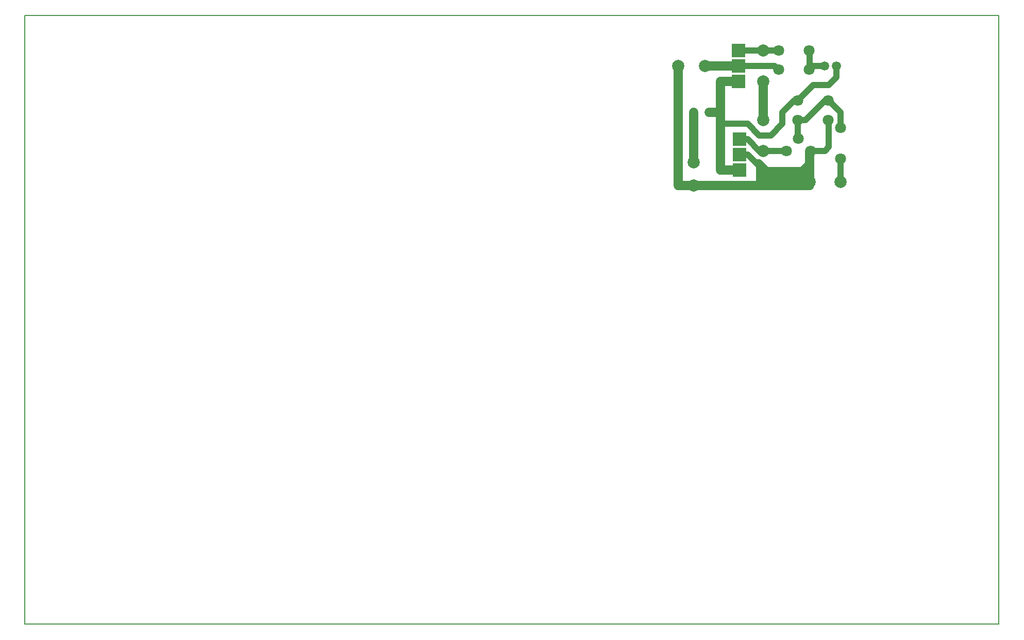
<source format=gbr>
%FSLAX32Y32*%
%MOMM*%
%LNKUPFERSEITE2*%
G71*
G01*
%ADD10C, 0.20*%
%ADD11C, 1.80*%
%ADD12C, 1.80*%
%ADD13C, 1.50*%
%ADD14C, 1.00*%
%ADD15C, 2.00*%
%ADD16C, 2.00*%
%ADD17C, 1.50*%
%ADD18C, 2.00*%
%LPD*%
G54D10*
X16000Y0D02*
X0Y0D01*
X0Y10000D01*
X16000Y10000D01*
X16000Y0D01*
X13198Y8285D02*
G54D11*
D03*
X13198Y8285D02*
G54D11*
D03*
X12698Y8285D02*
G54D11*
D03*
X13398Y8158D02*
G54D12*
D03*
X13398Y7650D02*
G54D12*
D03*
X11237Y8412D02*
G54D13*
D03*
X10983Y8412D02*
G54D13*
D03*
X13132Y9174D02*
G54D13*
D03*
X13332Y9174D02*
G54D13*
D03*
G36*
X11610Y9538D02*
X11610Y9318D01*
X11830Y9318D01*
X11830Y9538D01*
X11610Y9538D01*
G37*
G36*
X11610Y9284D02*
X11610Y9064D01*
X11830Y9064D01*
X11830Y9284D01*
X11610Y9284D01*
G37*
G36*
X11610Y9030D02*
X11610Y8810D01*
X11830Y8810D01*
X11830Y9030D01*
X11610Y9030D01*
G37*
G36*
X11629Y8077D02*
X11629Y7857D01*
X11849Y7857D01*
X11849Y8077D01*
X11629Y8077D01*
G37*
G36*
X11629Y7823D02*
X11629Y7603D01*
X11849Y7603D01*
X11849Y7823D01*
X11629Y7823D01*
G37*
G36*
X11629Y7569D02*
X11629Y7349D01*
X11849Y7349D01*
X11849Y7569D01*
X11629Y7569D01*
G37*
X12908Y7778D02*
G54D12*
D03*
X12508Y7778D02*
G54D12*
D03*
X12708Y7978D02*
G54D12*
D03*
G54D14*
X12952Y7778D02*
X13142Y7778D01*
X13206Y7841D01*
X13206Y8286D01*
G54D14*
X12698Y7968D02*
X12698Y8286D01*
X13198Y8602D02*
G54D11*
D03*
X13198Y8602D02*
G54D11*
D03*
X12698Y8602D02*
G54D11*
D03*
X12127Y9428D02*
G54D15*
D03*
X12127Y8920D02*
G54D15*
D03*
G54D14*
X12888Y7778D02*
X12888Y7460D01*
G54D14*
X11746Y7460D02*
X11428Y7460D01*
X11428Y8286D01*
G54D14*
X11428Y8222D02*
X11428Y8412D01*
X11238Y8412D01*
G54D14*
X11682Y8920D02*
X11428Y8920D01*
X11428Y8349D01*
G54D14*
X12888Y7460D02*
X12126Y7460D01*
X11872Y7714D01*
X11746Y7714D01*
G54D14*
X12508Y7778D02*
X12063Y7778D01*
X11872Y7968D01*
X11682Y7968D01*
X12127Y8286D02*
G54D15*
D03*
X12127Y7778D02*
G54D15*
D03*
G54D14*
X12126Y8349D02*
X12126Y8920D01*
G54D14*
X11746Y9428D02*
X12126Y9428D01*
X12880Y9428D02*
G54D11*
D03*
X12880Y9428D02*
G54D11*
D03*
X12380Y9428D02*
G54D11*
D03*
X12880Y9110D02*
G54D11*
D03*
X12880Y9110D02*
G54D11*
D03*
X12380Y9110D02*
G54D11*
D03*
G54D14*
X11746Y9174D02*
X12317Y9174D01*
X12380Y9111D01*
G54D14*
X12888Y9428D02*
X12888Y9111D01*
G54D14*
X12190Y9428D02*
X12380Y9428D01*
G54D14*
X12254Y8032D02*
X12063Y8032D01*
X11872Y8222D01*
X11492Y8222D01*
G54D14*
X12254Y8032D02*
X12444Y8222D01*
X12444Y8412D01*
X12634Y8603D01*
X12698Y8603D01*
G54D14*
X12698Y8286D02*
X12825Y8286D01*
X13142Y8603D01*
G54D14*
X12698Y8603D02*
X12952Y8857D01*
X13206Y8857D01*
X13333Y8984D01*
X13333Y9174D01*
G54D14*
X13142Y9174D02*
X12952Y9174D01*
X12888Y9111D01*
G54D14*
X13396Y8158D02*
X13396Y8412D01*
X13206Y8603D01*
G54D14*
X13396Y7650D02*
X13396Y7396D01*
G54D14*
X12888Y7460D02*
X12888Y7396D01*
X12888Y7333D01*
X12254Y7333D01*
X12000Y7587D01*
X12063Y7587D01*
X12254Y7396D01*
X12698Y7396D01*
X12888Y7587D01*
X12888Y7778D01*
X12888Y7460D01*
X12825Y7396D01*
X13396Y7270D02*
G54D16*
D03*
X12888Y7270D02*
G54D16*
D03*
X12634Y7270D02*
G54D16*
D03*
G54D14*
X10984Y8412D02*
X10984Y7587D01*
G54D17*
X12888Y7206D02*
X10984Y7206D01*
X10984Y7587D02*
G54D16*
D03*
X10984Y7206D02*
G54D16*
D03*
G54D14*
X12888Y7270D02*
X12126Y7270D01*
X12126Y7460D01*
X12126Y7270D01*
G54D14*
X12063Y7524D02*
X12063Y7270D01*
G54D14*
X13396Y7270D02*
X13396Y7524D01*
G54D17*
X11682Y9174D02*
X11301Y9174D01*
G54D17*
X10984Y7206D02*
X10730Y7206D01*
X10730Y9174D01*
G54D14*
X11301Y9174D02*
X11174Y9174D01*
X11174Y9174D02*
G54D16*
D03*
X10730Y9174D02*
G54D16*
D03*
G54D17*
X11174Y9174D02*
X11364Y9174D01*
G54D17*
X10984Y8412D02*
X10984Y7587D01*
G54D17*
X11618Y7460D02*
X11428Y7460D01*
X11428Y8920D01*
X11682Y8920D01*
G54D17*
X11428Y8412D02*
X11238Y8412D01*
G54D17*
X12888Y7778D02*
X12888Y7206D01*
G54D17*
X12126Y8920D02*
X12126Y8286D01*
G54D18*
X12698Y7396D02*
X12254Y7396D01*
X12190Y7333D01*
M02*

</source>
